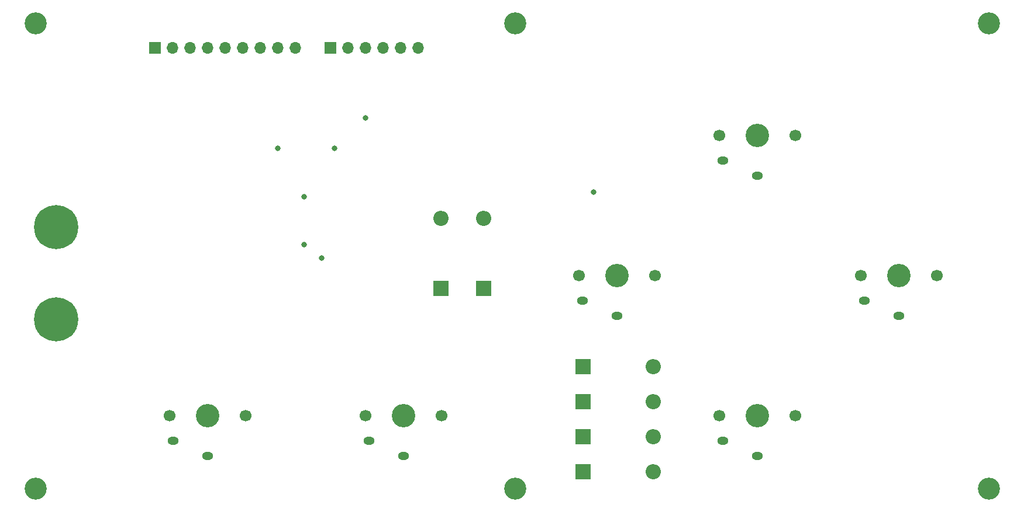
<source format=gts>
G04 #@! TF.GenerationSoftware,KiCad,Pcbnew,7.0.10*
G04 #@! TF.CreationDate,2024-02-23T16:37:41+09:00*
G04 #@! TF.ProjectId,game_pad,67616d65-5f70-4616-942e-6b696361645f,1*
G04 #@! TF.SameCoordinates,Original*
G04 #@! TF.FileFunction,Soldermask,Top*
G04 #@! TF.FilePolarity,Negative*
%FSLAX46Y46*%
G04 Gerber Fmt 4.6, Leading zero omitted, Abs format (unit mm)*
G04 Created by KiCad (PCBNEW 7.0.10) date 2024-02-23 16:37:41*
%MOMM*%
%LPD*%
G01*
G04 APERTURE LIST*
%ADD10C,1.700000*%
%ADD11C,3.400000*%
%ADD12O,1.600000X1.200000*%
%ADD13R,1.700000X1.700000*%
%ADD14O,1.700000X1.700000*%
%ADD15R,2.200000X2.200000*%
%ADD16O,2.200000X2.200000*%
%ADD17C,3.200000*%
%ADD18C,6.400000*%
%ADD19C,0.800000*%
G04 APERTURE END LIST*
D10*
X150290000Y-127000000D03*
D11*
X155790000Y-127000000D03*
D10*
X161290000Y-127000000D03*
D12*
X150790000Y-130700000D03*
X155790000Y-132900000D03*
D13*
X93980000Y-73660000D03*
D14*
X96520000Y-73660000D03*
X99060000Y-73660000D03*
X101600000Y-73660000D03*
X104140000Y-73660000D03*
X106680000Y-73660000D03*
D15*
X130556000Y-119888000D03*
D16*
X140716000Y-119888000D03*
D15*
X130556000Y-124968000D03*
D16*
X140716000Y-124968000D03*
D10*
X170815000Y-106680000D03*
D11*
X176315000Y-106680000D03*
D10*
X181815000Y-106680000D03*
D12*
X171315000Y-110380000D03*
X176315000Y-112580000D03*
D17*
X51300000Y-137620000D03*
X120800000Y-137620000D03*
D15*
X130556000Y-130048000D03*
D16*
X140716000Y-130048000D03*
D18*
X54300000Y-99695000D03*
D15*
X109982000Y-108585000D03*
D16*
X109982000Y-98425000D03*
D18*
X54300000Y-113030000D03*
D10*
X70700000Y-127000000D03*
D11*
X76200000Y-127000000D03*
D10*
X81700000Y-127000000D03*
D12*
X71200000Y-130700000D03*
X76200000Y-132900000D03*
D15*
X116205000Y-108585000D03*
D16*
X116205000Y-98425000D03*
D17*
X51300000Y-70120000D03*
D10*
X129970000Y-106680000D03*
D11*
X135470000Y-106680000D03*
D10*
X140970000Y-106680000D03*
D12*
X130470000Y-110380000D03*
X135470000Y-112580000D03*
D17*
X189300000Y-137620000D03*
X189300000Y-70120000D03*
D15*
X130556000Y-135128000D03*
D16*
X140716000Y-135128000D03*
D17*
X120800000Y-70120000D03*
D10*
X150280000Y-86360000D03*
D11*
X155780000Y-86360000D03*
D10*
X161280000Y-86360000D03*
D12*
X150780000Y-90060000D03*
X155780000Y-92260000D03*
D13*
X68580000Y-73660000D03*
D14*
X71120000Y-73660000D03*
X73660000Y-73660000D03*
X76200000Y-73660000D03*
X78740000Y-73660000D03*
X81280000Y-73660000D03*
X83820000Y-73660000D03*
X86360000Y-73660000D03*
X88900000Y-73660000D03*
D10*
X99060000Y-127000000D03*
D11*
X104560000Y-127000000D03*
D10*
X110060000Y-127000000D03*
D12*
X99560000Y-130700000D03*
X104560000Y-132900000D03*
D19*
X90170000Y-95250000D03*
X90170000Y-102235000D03*
X132080000Y-94615000D03*
X86360000Y-88265000D03*
X94615000Y-88265000D03*
X99060000Y-83820000D03*
X92710000Y-104140000D03*
M02*

</source>
